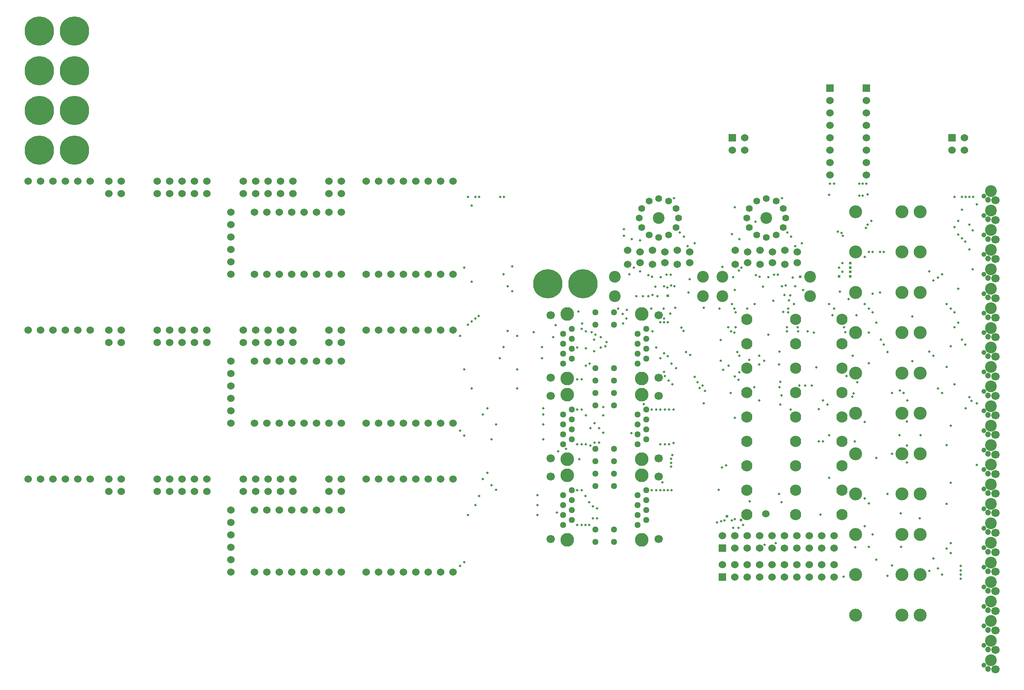
<source format=gbr>
G04 start of page 4 for group 2 idx 2 *
G04 Title: (unknown), signal2 *
G04 Creator: pcb 4.2.0 *
G04 CreationDate: Wed Jul 29 19:43:29 2020 UTC *
G04 For: commonadmin *
G04 Format: Gerber/RS-274X *
G04 PCB-Dimensions (mil): 24000.00 18000.00 *
G04 PCB-Coordinate-Origin: lower left *
%MOIN*%
%FSLAX25Y25*%
%LNGROUP2*%
%ADD95C,0.1870*%
%ADD94C,0.0354*%
%ADD93C,0.0630*%
%ADD92C,0.0380*%
%ADD91C,0.0886*%
%ADD90C,0.0295*%
%ADD89C,0.0492*%
%ADD88C,0.0197*%
%ADD87C,0.0787*%
%ADD86C,0.0350*%
%ADD85C,0.0118*%
%ADD84C,0.0100*%
%ADD83C,0.0240*%
%ADD82C,0.0200*%
%ADD81C,0.0551*%
%ADD80C,0.2362*%
%ADD79C,0.0512*%
%ADD78C,0.1102*%
%ADD77C,0.0906*%
%ADD76C,0.0600*%
%ADD75C,0.0001*%
%ADD74C,0.1043*%
%ADD73C,0.0472*%
%ADD72C,0.0669*%
%ADD71C,0.0394*%
%ADD70C,0.0945*%
G54D70*X791339Y229134D03*
G54D71*X785433Y225197D03*
G54D72*X794882Y221654D03*
G54D73*X788976Y222047D03*
G54D70*X791339Y370866D03*
G54D72*X794882Y363386D03*
G54D73*X788976Y363780D03*
G54D71*X785433Y366929D03*
G54D70*X791339Y355118D03*
G54D72*X794882Y347638D03*
G54D73*X788976Y348031D03*
G54D70*X791339Y339370D03*
G54D72*X794882Y331890D03*
G54D73*X788976Y332283D03*
G54D71*X785433Y335433D03*
Y351181D03*
G54D70*X791339Y323622D03*
G54D71*X785433Y319685D03*
G54D72*X794882Y316142D03*
G54D73*X788976Y316535D03*
G54D70*X791339Y307874D03*
G54D72*X794882Y300394D03*
G54D73*X788976Y300787D03*
G54D71*X785433Y303937D03*
G54D70*X791339Y292126D03*
G54D74*X734252Y330453D03*
X719488D03*
X734252Y297953D03*
X719488D03*
Y265453D03*
G54D72*X794882Y284646D03*
G54D73*X788976Y285039D03*
G54D70*X791339Y276378D03*
G54D71*X785433Y272441D03*
Y288189D03*
G54D72*X794882Y268898D03*
G54D73*X788976Y269291D03*
G54D70*X791339Y260630D03*
G54D72*X794882Y253150D03*
G54D73*X788976Y253543D03*
G54D71*X785433Y256693D03*
G54D70*X791339Y244882D03*
G54D72*X794882Y237402D03*
G54D73*X788976Y237795D03*
G54D71*X785433Y240945D03*
G54D70*X791339Y607087D03*
G54D72*X794882Y599606D03*
G54D73*X788976Y600000D03*
G54D71*X785433Y603150D03*
G54D70*X791339Y591339D03*
G54D72*X794882Y583858D03*
G54D73*X788976Y584252D03*
G54D71*X785433Y587402D03*
G54D70*X791339Y465354D03*
G54D72*X794882Y457874D03*
G54D73*X788976Y458268D03*
G54D71*X785433Y461417D03*
G54D70*X791339Y449606D03*
G54D72*X794882Y442126D03*
G54D73*X788976Y442520D03*
G54D71*X785433Y445669D03*
G54D70*X791339Y481102D03*
G54D72*X794882Y473622D03*
G54D73*X788976Y474016D03*
G54D71*X785433Y477165D03*
G54D70*X791339Y496850D03*
G54D72*X794882Y489370D03*
G54D73*X788976Y489764D03*
G54D71*X785433Y492913D03*
G54D70*X791339Y512598D03*
Y528346D03*
G54D72*X794882Y520866D03*
G54D73*X788976Y521260D03*
G54D71*X785433Y524409D03*
G54D72*X794882Y505118D03*
G54D73*X788976Y505512D03*
G54D71*X785433Y508661D03*
G54D70*X791339Y575591D03*
G54D72*X794882Y568110D03*
G54D70*X791339Y559843D03*
G54D71*X785433Y555906D03*
G54D73*X788976Y568504D03*
G54D71*X785433Y571654D03*
G54D72*X794882Y552362D03*
G54D73*X788976Y552756D03*
G54D70*X791339Y544094D03*
G54D72*X794882Y536614D03*
G54D73*X788976Y537008D03*
G54D71*X785433Y540157D03*
G54D70*X791339Y433858D03*
G54D72*X794882Y426378D03*
G54D73*X788976Y426772D03*
G54D71*X785433Y429921D03*
Y414173D03*
G54D70*X791339Y418110D03*
G54D72*X794882Y410630D03*
G54D73*X788976Y411024D03*
G54D70*X791339Y402362D03*
G54D72*X794882Y394882D03*
G54D73*X788976Y395276D03*
G54D70*X791339Y386614D03*
G54D72*X794882Y379134D03*
G54D73*X788976Y379528D03*
G54D71*X785433Y382677D03*
Y398425D03*
G54D74*X734252Y395453D03*
Y427953D03*
Y460453D03*
Y492953D03*
Y525453D03*
Y557953D03*
Y590453D03*
Y265453D03*
Y362953D03*
X719488D03*
Y395453D03*
Y427953D03*
Y460453D03*
Y492953D03*
Y525453D03*
Y557953D03*
Y590453D03*
G54D75*G36*
X757000Y653000D02*Y647000D01*
X763000D01*
Y653000D01*
X757000D01*
G37*
G54D76*X770000Y650000D03*
X760000Y640000D03*
X770000D03*
G54D77*X633858Y484055D03*
Y464370D03*
Y444685D03*
Y425000D03*
Y405315D03*
Y385630D03*
Y365945D03*
G54D74*X682087Y363031D03*
G54D77*X671260Y365945D03*
Y346260D03*
G54D74*X682087Y395531D03*
Y428031D03*
Y460531D03*
G54D77*X671260Y503740D03*
Y484055D03*
Y464370D03*
Y444685D03*
Y425000D03*
Y405315D03*
Y385630D03*
X633858Y346260D03*
X594488Y444685D03*
Y425000D03*
Y405315D03*
Y385630D03*
Y365945D03*
Y346260D03*
G54D74*X682087Y330531D03*
Y298031D03*
Y265531D03*
G54D76*X615000Y296000D03*
X625000D03*
X635000D03*
X645000D03*
X655000D03*
X665000D03*
X635000Y306000D03*
X645000D03*
X655000D03*
X665000D03*
X615000Y319500D03*
Y329500D03*
X625000D03*
X635000D03*
X645000D03*
X655000D03*
X665000D03*
X625000Y319500D03*
X635000D03*
X645000D03*
X655000D03*
X665000D03*
G54D75*G36*
X688000Y693000D02*Y687000D01*
X694000D01*
Y693000D01*
X688000D01*
G37*
G54D76*X691000Y680000D03*
Y670000D03*
Y660000D03*
Y650000D03*
Y640000D03*
Y630000D03*
Y620000D03*
G54D75*G36*
X658500Y693000D02*Y687000D01*
X664500D01*
Y693000D01*
X658500D01*
G37*
G54D76*X661500Y680000D03*
Y670000D03*
Y660000D03*
Y650000D03*
Y640000D03*
Y630000D03*
Y620000D03*
G54D75*G36*
X580000Y653000D02*Y647000D01*
X586000D01*
Y653000D01*
X580000D01*
G37*
G54D76*X583000Y640000D03*
X593000D03*
Y650000D03*
G54D77*X594488Y503740D03*
Y484055D03*
Y464370D03*
G54D75*G36*
X572000Y299000D02*Y293000D01*
X578000D01*
Y299000D01*
X572000D01*
G37*
G54D76*X585000Y296000D03*
X595000D03*
X605000D03*
Y319500D03*
Y329500D03*
Y306000D03*
X615000D03*
X625000D03*
X575000D03*
X585000D03*
X595000D03*
G54D75*G36*
X572000Y322500D02*Y316500D01*
X578000D01*
Y322500D01*
X572000D01*
G37*
G54D76*X585000Y319500D03*
X595000D03*
X575000Y329500D03*
X585000D03*
X595000D03*
G54D72*X523504Y456787D03*
Y507181D03*
Y442181D03*
G54D78*X510000Y507969D03*
G54D79*X487520Y509543D03*
Y499504D03*
G54D78*X510000Y456000D03*
Y442969D03*
G54D79*X513543Y479976D03*
Y488008D03*
Y496039D03*
X506457Y483992D03*
Y492024D03*
Y475961D03*
X513543Y471945D03*
X487520Y464465D03*
Y454425D03*
X506457Y467929D03*
X487520Y444543D03*
X472480Y454425D03*
Y464465D03*
Y434504D03*
Y444543D03*
Y499504D03*
Y509543D03*
G54D72*X436496Y507181D03*
G54D78*X450000Y507969D03*
G54D79*X446457Y483992D03*
X453543Y479976D03*
Y488008D03*
X446457Y492024D03*
X453543Y496039D03*
G54D80*X434252Y532283D03*
X462598D03*
G54D79*X446457Y475961D03*
X453543Y471945D03*
G54D72*X436496Y456787D03*
G54D78*X450000Y456000D03*
G54D79*X446457Y467929D03*
G54D72*X436496Y442181D03*
G54D78*X450000Y442969D03*
G54D70*X488189Y522441D03*
Y538189D03*
G54D76*X498610Y547930D03*
Y559430D03*
X508610Y557930D03*
Y549430D03*
X518610Y547930D03*
G54D79*X506457Y362024D03*
X487520Y379543D03*
Y369504D03*
Y399465D03*
Y389425D03*
X513543Y414976D03*
Y406945D03*
Y423008D03*
Y431039D03*
X487520Y434504D03*
X506457Y418992D03*
Y427024D03*
Y410961D03*
Y402929D03*
G54D72*X523504Y377181D03*
G54D78*X510000Y377969D03*
G54D79*X513543Y349976D03*
Y358008D03*
Y366039D03*
Y341945D03*
X506457Y353992D03*
Y345961D03*
Y337929D03*
G54D72*X523504Y391787D03*
G54D78*X510000Y391000D03*
G54D79*X487520Y334465D03*
Y324425D03*
G54D72*X523504Y326787D03*
G54D78*X510000Y326000D03*
G54D79*X453543Y341945D03*
G54D72*X436496Y326787D03*
G54D78*X450000Y326000D03*
G54D79*X472480Y324425D03*
Y334465D03*
Y369504D03*
Y379543D03*
Y389425D03*
Y399465D03*
X446457Y345961D03*
Y418992D03*
Y427024D03*
Y410961D03*
Y402929D03*
Y337929D03*
X453543Y349976D03*
Y414976D03*
Y406945D03*
Y423008D03*
Y431039D03*
G54D72*X436496Y377181D03*
G54D78*X450000Y377969D03*
G54D79*X446457Y353992D03*
Y362024D03*
X453543Y358008D03*
Y366039D03*
G54D72*X436496Y391787D03*
G54D78*X450000Y391000D03*
G54D70*X523622Y585433D03*
G54D81*Y601181D03*
X507874Y585433D03*
X515748Y599016D03*
X509843Y593110D03*
X523622Y569685D03*
X539370Y585433D03*
X531496Y571850D03*
X537402Y577756D03*
X531496Y599016D03*
X515748Y571850D03*
G54D76*X518610Y559430D03*
G54D81*X509843Y577756D03*
X537402Y593110D03*
G54D70*X559055Y538189D03*
Y522441D03*
G54D76*X538610Y547930D03*
X548610Y549430D03*
Y557930D03*
X528610Y549430D03*
Y557930D03*
X538610Y559430D03*
G54D70*X574803Y522441D03*
Y538189D03*
G54D76*X585232Y547933D03*
Y559433D03*
G54D70*X645669Y538189D03*
Y522441D03*
G54D76*X635232Y549433D03*
Y557933D03*
G54D77*X633858Y503740D03*
G54D70*X610236Y585433D03*
G54D81*Y601181D03*
X594488Y585433D03*
X602362Y599016D03*
X596457Y593110D03*
X610236Y569685D03*
X625984Y585433D03*
X618110Y571850D03*
X624016Y577756D03*
G54D76*X625232Y559433D03*
G54D81*X618110Y599016D03*
X624016Y593110D03*
X602362Y571850D03*
X596457Y577756D03*
G54D76*X595232Y557933D03*
X605232Y559433D03*
X615232Y557933D03*
X595232Y549433D03*
X605232Y547933D03*
X615232Y549433D03*
X625232Y547933D03*
G54D74*X682087Y493031D03*
Y525531D03*
Y558031D03*
Y590531D03*
G54D80*X24654Y736000D03*
X53000D03*
X24654Y704000D03*
Y672000D03*
Y640000D03*
G54D76*X15500Y615000D03*
X25500D03*
X35500D03*
G54D80*X53000Y704000D03*
Y672000D03*
Y640000D03*
G54D76*X45500Y615000D03*
X55500D03*
X65500D03*
X80500D03*
Y605000D03*
X90500D03*
Y615000D03*
X119500Y605000D03*
Y615000D03*
X129500Y605000D03*
Y615000D03*
X139500Y605000D03*
Y615000D03*
X149500D03*
X159500D03*
X149500Y605000D03*
X159500D03*
X189000D03*
X199000D03*
X209000D03*
X219000D03*
X189000Y615000D03*
X199000D03*
X209000D03*
X219000D03*
X228000Y590000D03*
X218000D03*
X208000D03*
X198000D03*
X179000D03*
X229000Y605000D03*
X258000D03*
X268000D03*
X229000Y615000D03*
X258000D03*
X268000D03*
Y590000D03*
X258000D03*
X248000D03*
X238000D03*
X268000Y540000D03*
X258000D03*
X248000D03*
X238000D03*
X179000Y580000D03*
Y570000D03*
Y560000D03*
Y550000D03*
Y540000D03*
X228000D03*
X218000D03*
X208000D03*
X198000D03*
X288000Y300000D03*
X298000D03*
X308000D03*
X318000D03*
X328000D03*
X338000D03*
X348000D03*
X358000D03*
X198000D03*
X208000D03*
X218000D03*
X228000D03*
X238000D03*
X248000D03*
X258000D03*
X268000D03*
X288000Y375000D03*
X268000D03*
Y365000D03*
X298000Y375000D03*
X308000D03*
X318000D03*
X328000D03*
X338000D03*
X348000D03*
X358000D03*
X258000Y365000D03*
Y375000D03*
X229000D03*
Y365000D03*
X358000Y540000D03*
Y615000D03*
X348000Y540000D03*
Y615000D03*
X338000D03*
X328000D03*
X318000D03*
X308000D03*
X298000D03*
X288000D03*
Y420000D03*
X298000D03*
X308000D03*
X318000D03*
X328000D03*
X338000D03*
X348000D03*
X358000D03*
X338000Y540000D03*
X328000D03*
X318000D03*
X308000D03*
X298000D03*
X288000D03*
X318000Y495000D03*
X328000D03*
X338000D03*
X348000D03*
X358000D03*
X288000D03*
X298000D03*
X308000D03*
X229000D03*
X219000D03*
X209000D03*
X268000D03*
Y485000D03*
X258000D03*
Y495000D03*
X229000Y485000D03*
X219000D03*
X209000D03*
X199000Y495000D03*
Y485000D03*
X189000D03*
Y495000D03*
X159500D03*
X149500D03*
X139500D03*
X129500D03*
X119500D03*
X159500Y485000D03*
X149500D03*
X139500D03*
X129500D03*
X119500D03*
X90500Y495000D03*
X80500D03*
X65500D03*
X90500Y485000D03*
X80500D03*
X55500Y495000D03*
X45500D03*
X35500D03*
X25500D03*
X15500D03*
X179000Y300000D03*
Y310000D03*
Y320000D03*
Y330000D03*
Y340000D03*
Y350000D03*
X198000D03*
X208000D03*
X218000D03*
X228000D03*
X238000D03*
X248000D03*
X258000D03*
X268000D03*
X219000Y375000D03*
X209000D03*
X199000D03*
X189000D03*
X219000Y365000D03*
X209000D03*
X199000D03*
X189000D03*
X159500D03*
X149500D03*
X159500Y375000D03*
X149500D03*
X139500D03*
Y365000D03*
X129500Y375000D03*
X119500D03*
X129500Y365000D03*
X119500D03*
X90500D03*
X80500D03*
X90500Y375000D03*
X80500D03*
X65500D03*
X55500D03*
X45500D03*
X35500D03*
X25500D03*
X15500D03*
X198000Y420000D03*
X179000D03*
Y430000D03*
X208000Y420000D03*
X179000Y440000D03*
Y450000D03*
Y460000D03*
Y470000D03*
X198000D03*
X218000Y420000D03*
X228000D03*
X238000D03*
X248000D03*
X258000D03*
X268000D03*
X208000Y470000D03*
X218000D03*
X228000D03*
X238000D03*
X248000D03*
X258000D03*
X268000D03*
G54D82*X495000Y500500D03*
X528000Y501500D03*
X531000D03*
X518500Y494000D03*
X525000Y501500D03*
X543500Y494500D03*
X494500Y508000D03*
X491000Y512500D03*
X497500Y504500D03*
X505500Y522500D03*
X498000Y511500D03*
X511000Y522500D03*
X517500Y512500D03*
X515354Y522441D03*
X527500Y512500D03*
X522400Y522400D03*
G54D83*X530900Y522600D03*
G54D82*X518500Y523500D03*
X546850Y562598D03*
X501969Y568504D03*
X508500Y567500D03*
X495500Y571000D03*
X518110Y538189D03*
X503543Y545276D03*
X515354Y539370D03*
X508500Y542500D03*
X500000Y540000D03*
X575000Y546000D03*
X536220Y530315D03*
X533400Y531100D03*
X547500Y525500D03*
X533071Y539764D03*
X529921D03*
X525197Y537795D03*
X520866Y529921D03*
X527800Y530300D03*
X530400Y529500D03*
X537000Y513000D03*
X627000Y497500D03*
X585500D03*
X615800Y518900D03*
X625000Y523500D03*
X626000Y531000D03*
X585000Y527500D03*
X560000Y513000D03*
X601000Y516000D03*
X595000Y512500D03*
X582500Y516000D03*
X584500Y512500D03*
X572500D03*
X552362Y564961D03*
X588583Y568504D03*
X543701Y570472D03*
X540551Y573622D03*
X548500Y536000D03*
X616535Y539764D03*
X601969Y539370D03*
X590157Y545276D03*
X588189Y542913D03*
X583465Y537795D03*
X495500Y576500D03*
X582500Y572500D03*
X607480Y529921D03*
X611811Y537795D03*
X604724Y538189D03*
X619685Y539764D03*
G54D83*X637402Y538189D03*
G54D82*X622835Y530315D03*
X631500Y537500D03*
X633661Y530500D03*
X627165Y573622D03*
X630315Y570472D03*
X633465Y562598D03*
X638976Y564961D03*
X370000Y602500D03*
X376000D03*
X373000Y595500D03*
X379000Y602500D03*
X396000D03*
X399000D03*
X536000Y601500D03*
X623000D03*
X367000Y545500D03*
X373000Y534000D03*
X370000Y499500D03*
X373000Y502000D03*
X376000Y504500D03*
X378500Y506500D03*
X398500Y540000D03*
X402000Y530500D03*
X405500Y526500D03*
Y546500D03*
X363500Y490500D03*
X429500Y481500D03*
X398500D03*
X395500Y472500D03*
X429500D03*
X363500Y414000D03*
X373000Y448000D03*
X409500Y463500D03*
X367000D03*
X409500Y490500D03*
Y448000D03*
X402000Y494500D03*
X382000Y427000D03*
X385500Y432000D03*
X382000Y375000D03*
X385500Y380000D03*
X389000Y370000D03*
X392500Y366500D03*
X430500Y432000D03*
Y427000D03*
Y407000D03*
Y419000D03*
X367000Y410000D03*
X389000Y407000D03*
X392500Y419000D03*
X675000Y458000D03*
X650500Y465000D03*
X693000Y468500D03*
X755500Y465500D03*
X728000Y470000D03*
X683500Y453000D03*
X641500Y450500D03*
X647000D03*
X588000Y455000D03*
X622500Y442500D03*
X600500Y449000D03*
X584800Y457800D03*
X588500Y461000D03*
Y474500D03*
X680000D03*
X708000Y477500D03*
X741500Y477600D03*
X745000Y474500D03*
X587000Y477500D03*
X724000Y438500D03*
X723500Y421500D03*
Y402000D03*
Y388500D03*
X711500Y444500D03*
X679500Y441500D03*
X680500Y444000D03*
X711500Y395500D03*
X734500Y410500D03*
X718000Y446500D03*
X717500Y410500D03*
X721000Y444500D03*
X689500Y421000D03*
X681500Y405500D03*
X661000Y410500D03*
X627000Y494000D03*
X643500D03*
X648500Y493000D03*
X612000Y491500D03*
X632500Y516000D03*
X628000Y512500D03*
X628500Y519000D03*
X629500Y523000D03*
X640000Y527500D03*
X674000Y493500D03*
X673000Y497500D03*
X663500Y507000D03*
X661000Y516000D03*
X665000Y512500D03*
X676500Y520000D03*
X669500Y526000D03*
X748500Y448000D03*
X752000Y444500D03*
X774000Y441000D03*
X775500Y438000D03*
X780000Y436000D03*
Y386500D03*
X762000Y451500D03*
X771000Y432000D03*
X759000Y418000D03*
X755500Y402500D03*
X689500Y516000D03*
X693000Y512500D03*
X696000Y509500D03*
X728000Y506000D03*
X683000Y507000D03*
X699000Y501000D03*
X702500Y487500D03*
X705000Y483500D03*
X693000Y493000D03*
X768000Y487500D03*
X770500Y483500D03*
X762000Y497500D03*
X759000Y482000D03*
X696000Y558000D03*
X702000D03*
X705000D03*
X693000D03*
X702000Y525500D03*
X696000Y524500D03*
X755500Y516000D03*
X759000Y512500D03*
X762000Y509500D03*
X765000Y501000D03*
X695000Y583000D03*
X741500Y542500D03*
X752000Y540000D03*
X748500Y537500D03*
X745000Y535000D03*
X689500Y554000D03*
X692000Y580000D03*
X690500Y577500D03*
X690945Y612992D03*
X687992D03*
Y603508D03*
X692000Y604500D03*
X685236Y612992D03*
Y603264D03*
X601500Y582500D03*
X585000Y594000D03*
X762000Y602500D03*
X768000D03*
Y592000D03*
X765000Y572000D03*
Y528500D03*
Y583000D03*
X762000Y578000D03*
X768000Y569000D03*
X774000Y560000D03*
X776500Y544000D03*
X774000Y580000D03*
X776500Y575500D03*
X770500Y566500D03*
X771000Y602500D03*
X774000D03*
X777000D03*
X780000Y596500D03*
X661417Y612992D03*
X664764D03*
X661000Y604000D03*
X668000Y574500D03*
X671000Y573500D03*
X672000Y571000D03*
X671500Y549000D03*
X669000Y545500D03*
G54D83*Y538500D03*
G54D82*X671500Y542000D03*
G54D83*X678000Y549000D03*
Y545500D03*
Y542000D03*
Y538500D03*
G54D82*X576500Y341800D03*
G54D83*X578400Y345200D03*
G54D82*X573700Y341000D03*
X583600Y335900D03*
X588000D03*
X582400Y341700D03*
X591500Y338000D03*
X609000Y322000D03*
X618000Y323500D03*
G54D83*X589700Y342000D03*
G54D76*X610000Y347000D03*
G54D82*X654000Y346500D03*
X584800Y342800D03*
X570600Y340100D03*
X518000Y366000D03*
X521500D03*
X525000D03*
X528000D03*
X531000D03*
X534000D03*
X572000Y366500D03*
X526500Y372500D03*
X534500Y394500D03*
X533500Y391500D03*
Y388000D03*
Y385000D03*
X578000Y386000D03*
X574500Y384500D03*
X767000Y298000D03*
Y294750D03*
Y301500D03*
Y305000D03*
X741500Y301000D03*
X745000Y311000D03*
X748500Y303000D03*
X752000Y298000D03*
X672500Y296500D03*
X363500Y305000D03*
X367000Y308000D03*
X597000Y357000D03*
X622500Y356500D03*
X620500Y363000D03*
X708000D03*
X689500Y359500D03*
X682000Y320000D03*
X699000Y392000D03*
X661000Y376000D03*
X696000Y330500D03*
X689500Y337000D03*
X693000Y320500D03*
Y355500D03*
X711500Y305500D03*
X708000Y297000D03*
X699000Y310000D03*
X719000Y320500D03*
X734000Y343500D03*
X718500Y347500D03*
X759000Y372000D03*
X755500Y355000D03*
X759000Y323500D03*
X755500Y319000D03*
X759000Y315500D03*
X426000Y362000D03*
X379000Y361500D03*
X376000Y354000D03*
X426000D03*
X458000Y455500D03*
X461500D03*
X528000Y461500D03*
X537500Y464500D03*
X534000Y468000D03*
X528500Y458000D03*
X480500Y482000D03*
X481500Y485500D03*
X468000Y468000D03*
X465000Y466500D03*
X458000Y481000D03*
X471500Y478000D03*
X465000Y480500D03*
X471500Y487500D03*
X472500Y491500D03*
X423000Y493500D03*
X438500Y489500D03*
X465000Y494000D03*
X469500Y493500D03*
X440500Y499000D03*
X461500Y496000D03*
X459000Y510000D03*
X462000Y500500D03*
X477000Y481000D03*
Y489500D03*
X458000Y403000D03*
X461500D03*
X465000D03*
X458000Y431000D03*
X461500D03*
X465000Y426500D03*
X475500Y404500D03*
X472000D03*
X468500Y416000D03*
X472000Y420000D03*
X475500Y416000D03*
X479000Y412500D03*
X518000Y431000D03*
X501500Y412000D03*
X511500Y435500D03*
X521500Y431000D03*
X479000Y426500D03*
Y433000D03*
X525000Y431000D03*
X528500D03*
X525000Y403000D03*
X528500D03*
X532000D03*
X531000Y474000D03*
X528000Y476500D03*
X525000Y472500D03*
X521500Y481000D03*
X545500Y477500D03*
X549000Y475000D03*
X573500Y470500D03*
X575500Y463000D03*
X580000Y466500D03*
X552500Y457500D03*
X560000Y436000D03*
X555000Y453000D03*
X534500Y451500D03*
X531500Y454500D03*
X559000Y450500D03*
X556500Y448500D03*
X561000Y446000D03*
X528000Y504500D03*
X533000Y508500D03*
X585500Y509500D03*
X542000Y497000D03*
X579500Y497500D03*
X582000Y494000D03*
X584500Y493000D03*
X573500Y487000D03*
X532000Y431000D03*
X535500D03*
X652500Y431500D03*
X535500Y404000D03*
X652500Y405500D03*
X585000Y424500D03*
X581500Y444500D03*
X604500Y438500D03*
X621500Y435000D03*
X630000Y431000D03*
X621000Y449000D03*
X656000Y438500D03*
X637000Y450500D03*
X656000Y405500D03*
X659500Y435000D03*
X596500Y471000D03*
X604500Y467500D03*
X608500Y470500D03*
X604500Y474500D03*
X621000Y477600D03*
X620500Y467500D03*
X621500Y453500D03*
X635500Y497500D03*
X628000Y509500D03*
X624000Y509800D03*
X636000Y494000D03*
X468500Y402000D03*
X449000Y399500D03*
X442500Y397500D03*
X459414Y391086D03*
X458000Y366000D03*
X461500D03*
X464500Y361500D03*
X467500Y356500D03*
X464500Y338000D03*
X458000D03*
X461500D03*
X467500D03*
X470500Y353000D03*
X474000Y351500D03*
X470500Y343500D03*
X474000D03*
X370000Y346000D03*
X441500Y348000D03*
X426000Y346000D03*
G54D84*G54D85*G54D84*G54D85*G54D84*G54D85*G54D84*G54D85*G54D84*G54D85*G54D84*G54D85*G54D86*G54D84*G54D87*G54D88*G54D89*G54D90*G54D87*G54D89*G54D90*G54D88*G54D87*G54D89*G54D90*G54D87*G54D89*G54D90*G54D88*G54D87*G54D88*G54D89*G54D90*G54D87*G54D89*G54D90*G54D88*G54D87*G54D91*G54D89*G54D90*G54D87*G54D88*G54D89*G54D90*G54D87*G54D89*G54D90*G54D88*G54D87*G54D89*G54D90*G54D88*G54D87*G54D89*G54D90*G54D88*G54D87*G54D89*G54D90*G54D88*G54D87*G54D89*G54D90*G54D88*G54D87*G54D89*G54D90*G54D88*G54D87*G54D89*G54D90*G54D88*G54D87*G54D89*G54D90*G54D88*G54D87*G54D89*G54D90*G54D88*G54D89*G54D90*G54D88*G54D87*G54D89*G54D87*G54D88*G54D90*G54D88*G54D89*G54D90*G54D87*G54D89*G54D90*G54D88*G54D87*G54D89*G54D90*G54D88*G54D87*G54D89*G54D90*G54D87*G54D89*G54D90*G54D87*G54D89*G54D90*G54D88*G54D91*G54D92*G54D93*G54D91*G54D93*G54D91*G54D93*G54D91*G54D92*G54D93*G54D92*G54D79*G54D70*G54D94*G54D70*G54D94*G54D79*G54D70*G54D94*G54D95*G54D94*G54D79*G54D70*G54D94*G54D79*G54D70*G54D87*G54D92*G54D94*G54D79*G54D70*G54D94*G54D79*G54D70*G54D94*G54D79*G54D70*G54D94*G54D79*G54D70*G54D94*G54D79*G54D70*G54D94*G54D79*G54D70*G54D87*G54D71*G54D92*G54D71*G54D87*G54D92*G54D87*G54D92*G54D87*G54D92*G54D93*G54D87*G54D71*G54D92*G54D71*G54D92*G54D91*G54D95*G54D92*G54D95*G54D92*M02*

</source>
